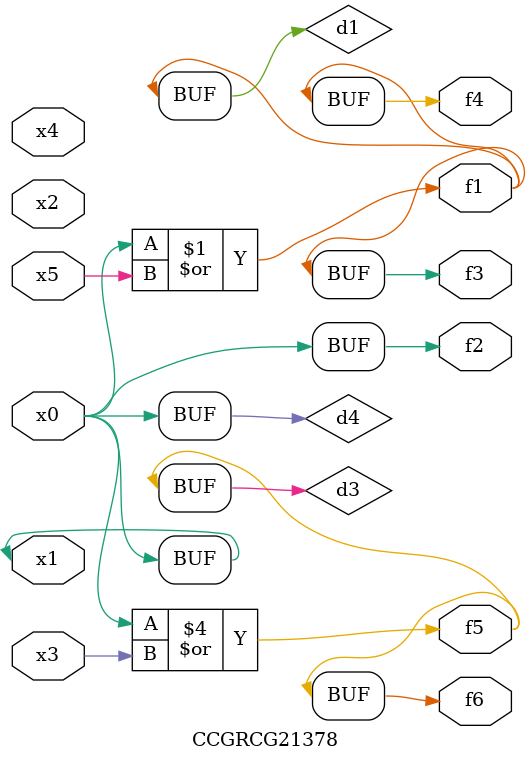
<source format=v>
module CCGRCG21378(
	input x0, x1, x2, x3, x4, x5,
	output f1, f2, f3, f4, f5, f6
);

	wire d1, d2, d3, d4;

	or (d1, x0, x5);
	xnor (d2, x1, x4);
	or (d3, x0, x3);
	buf (d4, x0, x1);
	assign f1 = d1;
	assign f2 = d4;
	assign f3 = d1;
	assign f4 = d1;
	assign f5 = d3;
	assign f6 = d3;
endmodule

</source>
